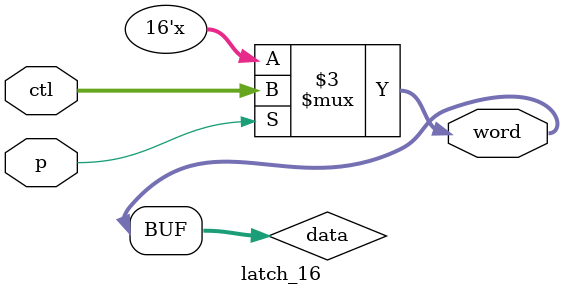
<source format=v>
module sequencer (
    input clk,
    input start,
    input reset,
    input cont,
    output ready,
    output [4:0] ctl_a,
    output [4:0] ctl_b,
    output [1:0] ctl_c,
    output [1:0] ctl_d,
    output ctl_e,
    output ctl_f,
    input p,
    input [7:0] addr,
    input [15:0] ctl
);

    wire [7:0] pc_out;
    
    seq u_seq (.clk(clk), .start(start), .reset(reset), .cont(cont), .ctl_c(ctl_c), .ready(ready), .pc_out(pc_out));
    
    control_word u_ctl (
    .dir(pc_out),
    .dout({ctl_a, ctl_b, ctl_c, ctl_d, ctl_e, ctl_f}),
    .p(p),
    .addr(addr),
    .ctl(ctl)
    );

endmodule

module seq (
    input clk,
    input start,
    input reset,
    input cont,
    input [1:0] ctl_c,
    output ready,
    output [7:0] pc_out
);
    wire [7:0] pc_inc;
    wire [7:0] pc_set;
    wire [7:0] pc_in;
//    wire [7:0] pc_out;
    wire pc_mux_sel;
    wire seq_reg_q;
    wire seq_reg_set;

    assign seq_reg_set = (~(&ctl_c)) | reset;

    assign ready = seq_reg_q;

    assign pc_in = (cont|seq_reg_q) ? pc_set : pc_inc;

    assign pc_inc = pc_out + 8'b1;

    assign pc_set = (seq_reg_set) ? 8'b0 : pc_out;

    seq_reg r0 (.clk(clk), .set(seq_reg_set), .clear(start), .q(seq_reg_q));
    pc_reg r_pc (.clk(clk), .w(cont), .din(pc_in), .q(pc_out));

//    control_word ctl_words (.dir(pc_out), .dout({ctl_a, ctl_b, ctl_c, ctl_d, ctl_e, ctl_f}), .p(p), .addr(addr), .ctl(ctl));

endmodule

module pc_reg (
    input clk,
    input w,
    input [7:0] din,
    output [7:0] q
);
    reg [7:0] reg_q;
    always @(posedge clk) begin
        if (w)
            reg_q <= din;
        else
            reg_q <= q;
    end
    assign q = reg_q;
endmodule

module seq_reg (
    input set,
    input clear,
    input clk,
    output q
);
    reg reg_q;
    always @(posedge clk) begin
        if (clear)
            reg_q <= 0;
        else if (set)
            reg_q <= 1;
    end
    assign q = reg_q;
endmodule


module control_word (
    input [7:0] dir,
    output [15:0] dout,
    input p,
    input [7:0] addr,
    input [15:0] ctl
);
    wire [15:0] q [0:255];
    genvar i;
    generate
        for (i=0; i<256; i=i+1) begin: gen_latches
            latch_16 u_latch (.p(addr==i[7:0] & p), .ctl(ctl), .word(q[i]));
        end
    endgenerate
    assign dout = q[dir];
endmodule

module latch_16 (
    input p,
    input [15:0] ctl,
    output [15:0] word
);
    reg [15:0] data;
    always @(*) begin
        if (p)
            data <= ctl;
        else
            data <= data;
    end
    assign word = data;
endmodule



</source>
